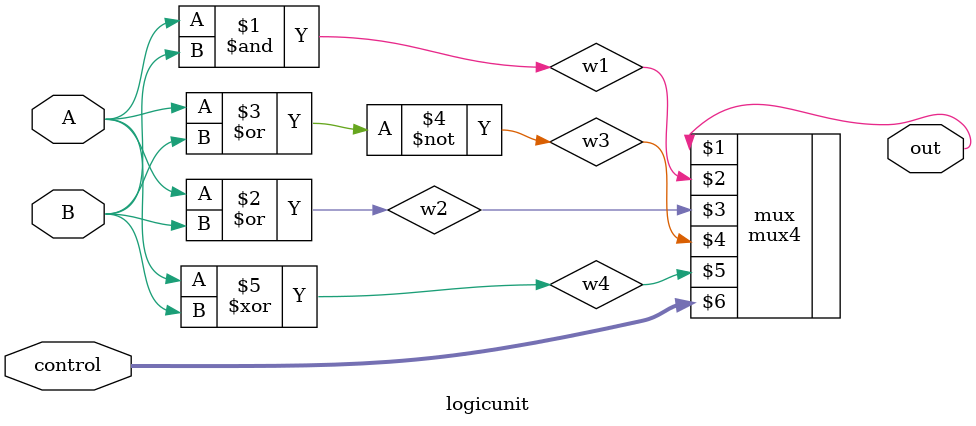
<source format=v>
module logicunit(out, A, B, control);
    output      out;
    input       A, B;
    input [1:0] control;
    wire w1, w2, w3 ,w4;

    and a(w1, A, B);
    or o(w2, A, B);
    nor n(w3, A, B);
    xor x(w4, A, B);

    mux4 mux(out, w1, w2, w3, w4, control);


endmodule // logicunit

</source>
